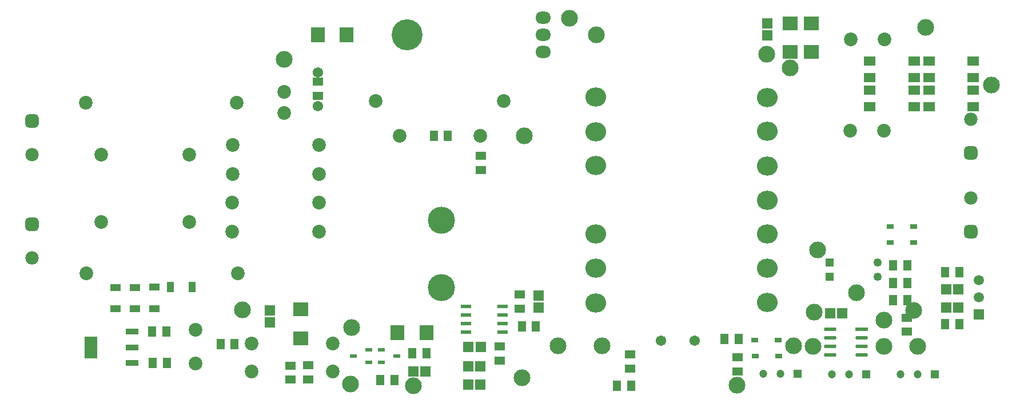
<source format=gbr>
%TF.GenerationSoftware,Altium Limited,Altium Designer,21.6.4 (81)*%
G04 Layer_Color=16711935*
%FSLAX43Y43*%
%MOMM*%
%TF.SameCoordinates,00D99F87-3ADF-4980-A611-A04F0DE90361*%
%TF.FilePolarity,Negative*%
%TF.FileFunction,Soldermask,Bot*%
%TF.Part,Single*%
G01*
G75*
%TA.AperFunction,ComponentPad*%
%ADD29R,1.200X1.200*%
%ADD30C,1.200*%
%ADD31C,1.250*%
%ADD32R,1.250X1.250*%
%TA.AperFunction,SMDPad,CuDef*%
G04:AMPARAMS|DCode=43|XSize=1.874mm|YSize=0.543mm|CornerRadius=0.272mm|HoleSize=0mm|Usage=FLASHONLY|Rotation=180.000|XOffset=0mm|YOffset=0mm|HoleType=Round|Shape=RoundedRectangle|*
%AMROUNDEDRECTD43*
21,1,1.874,0.000,0,0,180.0*
21,1,1.331,0.543,0,0,180.0*
1,1,0.543,-0.665,0.000*
1,1,0.543,0.665,0.000*
1,1,0.543,0.665,0.000*
1,1,0.543,-0.665,0.000*
%
%ADD43ROUNDEDRECTD43*%
%ADD44R,1.874X0.543*%
%ADD45R,1.508X1.207*%
%ADD48R,1.505X1.556*%
%ADD49R,1.207X1.508*%
%ADD50R,1.556X1.505*%
%ADD68R,1.820X1.470*%
%ADD69R,1.020X0.720*%
%ADD70R,1.520X0.620*%
%ADD71R,2.320X2.020*%
%ADD72R,1.020X1.620*%
%ADD73R,2.020X2.320*%
%ADD74R,1.070X0.620*%
%ADD75R,1.620X1.020*%
%ADD76R,1.920X0.970*%
%ADD77R,1.920X3.270*%
%TA.AperFunction,ComponentPad*%
%ADD78C,2.489*%
%ADD79C,2.020*%
%ADD80R,1.520X1.520*%
%ADD81C,1.520*%
%ADD82O,2.306X1.798*%
%ADD83C,4.592*%
%ADD84C,1.544*%
%ADD85O,3.068X2.814*%
%ADD86C,1.970*%
G04:AMPARAMS|DCode=87|XSize=1.97mm|YSize=1.97mm|CornerRadius=0.497mm|HoleSize=0mm|Usage=FLASHONLY|Rotation=270.000|XOffset=0mm|YOffset=0mm|HoleType=Round|Shape=RoundedRectangle|*
%AMROUNDEDRECTD87*
21,1,1.970,0.975,0,0,270.0*
21,1,0.975,1.970,0,0,270.0*
1,1,0.995,-0.488,-0.488*
1,1,0.995,-0.488,0.488*
1,1,0.995,0.488,0.488*
1,1,0.995,0.488,-0.488*
%
%ADD87ROUNDEDRECTD87*%
%ADD88C,4.020*%
D29*
X128655Y3292D02*
D03*
X138790Y3297D02*
D03*
X118500Y3315D02*
D03*
D30*
X126115Y3292D02*
D03*
X123575D02*
D03*
X136250Y3297D02*
D03*
X133710D02*
D03*
X115960Y3315D02*
D03*
X113420D02*
D03*
D31*
X130318Y17700D02*
D03*
Y19825D02*
D03*
D32*
X123218Y17700D02*
D03*
Y19825D02*
D03*
D43*
X123309Y9980D02*
D03*
Y8710D02*
D03*
Y7440D02*
D03*
Y6170D02*
D03*
X127941D02*
D03*
Y7440D02*
D03*
Y8710D02*
D03*
D44*
Y9980D02*
D03*
D45*
X43350Y2452D02*
D03*
Y4553D02*
D03*
X93675Y4141D02*
D03*
Y6242D02*
D03*
X47400Y46651D02*
D03*
Y44549D02*
D03*
X71530Y35651D02*
D03*
Y33549D02*
D03*
X46025Y4626D02*
D03*
Y2524D02*
D03*
X134600Y11676D02*
D03*
Y9574D02*
D03*
X109550Y5767D02*
D03*
Y3666D02*
D03*
X74382Y5299D02*
D03*
Y7401D02*
D03*
X77321Y15087D02*
D03*
Y12985D02*
D03*
D48*
X142252Y15875D02*
D03*
X140451D02*
D03*
X142252Y13200D02*
D03*
X140451D02*
D03*
X63375Y3697D02*
D03*
X61573D02*
D03*
X125076Y12350D02*
D03*
X123274D02*
D03*
X69706Y4475D02*
D03*
X71508D02*
D03*
X69731Y7300D02*
D03*
X71533D02*
D03*
X69706Y1725D02*
D03*
X71508D02*
D03*
D49*
X134725Y16800D02*
D03*
X132623D02*
D03*
X134725Y19450D02*
D03*
X132623D02*
D03*
X142402Y18375D02*
D03*
X140301D02*
D03*
X35112Y7751D02*
D03*
X33010D02*
D03*
X64578Y38651D02*
D03*
X66680D02*
D03*
X107624Y8475D02*
D03*
X109726D02*
D03*
X61423Y6400D02*
D03*
X63525D02*
D03*
X56674Y2425D02*
D03*
X58776D02*
D03*
X22902Y9576D02*
D03*
X25003D02*
D03*
X22974Y4976D02*
D03*
X25076D02*
D03*
X134743Y14289D02*
D03*
X132641D02*
D03*
X142402Y10675D02*
D03*
X140301D02*
D03*
X77624Y10400D02*
D03*
X79726D02*
D03*
X93801Y1600D02*
D03*
X91699D02*
D03*
D50*
X40325Y10949D02*
D03*
Y12751D02*
D03*
X113980Y55351D02*
D03*
Y53549D02*
D03*
X80096Y14952D02*
D03*
Y13150D02*
D03*
D68*
X135725Y47293D02*
D03*
X129175D02*
D03*
X135725Y49743D02*
D03*
X129175D02*
D03*
X144500Y47275D02*
D03*
X137950D02*
D03*
X144500Y49725D02*
D03*
X137950D02*
D03*
X135725Y42975D02*
D03*
X129175D02*
D03*
X135725Y45425D02*
D03*
X129175D02*
D03*
X144500Y42975D02*
D03*
X137950D02*
D03*
X144500Y45425D02*
D03*
X137950D02*
D03*
D69*
X115625Y8375D02*
D03*
X112125D02*
D03*
X132192Y22825D02*
D03*
X135692D02*
D03*
Y25153D02*
D03*
X132192D02*
D03*
X112175Y5978D02*
D03*
X115675D02*
D03*
D70*
X74779Y13355D02*
D03*
Y12085D02*
D03*
Y10815D02*
D03*
Y9545D02*
D03*
X69379Y13355D02*
D03*
Y12085D02*
D03*
Y10815D02*
D03*
Y9545D02*
D03*
D71*
X117325Y55363D02*
D03*
Y51063D02*
D03*
X120525Y51050D02*
D03*
Y55350D02*
D03*
X44850Y12903D02*
D03*
Y8603D02*
D03*
D72*
X25625Y16187D02*
D03*
X28825D02*
D03*
D73*
X59200Y9475D02*
D03*
X63500D02*
D03*
X51700Y53600D02*
D03*
X47400D02*
D03*
D74*
X56850Y5000D02*
D03*
Y6900D02*
D03*
X59150Y5950D02*
D03*
X55000Y6900D02*
D03*
Y5000D02*
D03*
X52700Y5950D02*
D03*
D75*
X23199Y16187D02*
D03*
Y12987D02*
D03*
X17449Y12962D02*
D03*
Y16162D02*
D03*
X20324Y12962D02*
D03*
Y16162D02*
D03*
D76*
X19925Y9576D02*
D03*
Y7276D02*
D03*
Y4976D02*
D03*
D77*
X13825Y7276D02*
D03*
D78*
X121412Y21725D02*
D03*
X117900Y7468D02*
D03*
X52275Y1848D02*
D03*
X120955Y12479D02*
D03*
X135650Y12700D02*
D03*
X113875Y50761D02*
D03*
X117325Y48750D02*
D03*
X120775Y7440D02*
D03*
X147175Y46150D02*
D03*
X77675Y2725D02*
D03*
X109475Y1626D02*
D03*
X82975Y7475D02*
D03*
X89500D02*
D03*
X78022Y38650D02*
D03*
X42450Y49975D02*
D03*
X52400Y10225D02*
D03*
X84700Y56125D02*
D03*
X88625Y53636D02*
D03*
X137450Y54700D02*
D03*
X61573Y1525D02*
D03*
X36215Y12837D02*
D03*
X131216Y7400D02*
D03*
X136250Y7440D02*
D03*
X127150Y15400D02*
D03*
X131260Y11300D02*
D03*
D79*
X131375Y52950D02*
D03*
X126375D02*
D03*
X49641Y3697D02*
D03*
X37641D02*
D03*
X126280Y39373D02*
D03*
X131280D02*
D03*
X29340Y9852D02*
D03*
Y4852D02*
D03*
X42450Y42024D02*
D03*
Y45124D02*
D03*
X59505Y38650D02*
D03*
X71505D02*
D03*
X15340Y25849D02*
D03*
X28340D02*
D03*
X15340Y35849D02*
D03*
X28340D02*
D03*
X34768Y24448D02*
D03*
X47568D02*
D03*
X35553Y18225D02*
D03*
X13153D02*
D03*
X47594Y33008D02*
D03*
X34794D02*
D03*
X47568Y28741D02*
D03*
X34768D02*
D03*
X34794Y37275D02*
D03*
X47594D02*
D03*
X35427Y43524D02*
D03*
X13027D02*
D03*
X74961Y43850D02*
D03*
X55961D02*
D03*
X37641Y7837D02*
D03*
X49641D02*
D03*
D80*
X145274Y12135D02*
D03*
D81*
Y14675D02*
D03*
Y17215D02*
D03*
D82*
X80793Y56144D02*
D03*
Y53604D02*
D03*
Y51064D02*
D03*
D83*
X60600Y53604D02*
D03*
D84*
X103197Y8230D02*
D03*
X98247D02*
D03*
X47400Y48025D02*
D03*
Y43075D02*
D03*
D85*
X113975Y44298D02*
D03*
Y39345D02*
D03*
Y34138D02*
D03*
Y29058D02*
D03*
Y24105D02*
D03*
Y19025D02*
D03*
Y13945D02*
D03*
X88575Y44425D02*
D03*
Y39218D02*
D03*
Y34265D02*
D03*
Y24105D02*
D03*
Y19025D02*
D03*
Y13818D02*
D03*
D86*
X5127Y20525D02*
D03*
X144136Y41075D02*
D03*
Y29400D02*
D03*
X5068Y35825D02*
D03*
D87*
X5127Y25525D02*
D03*
X144136Y36075D02*
D03*
Y24400D02*
D03*
X5068Y40825D02*
D03*
D88*
X65725Y26150D02*
D03*
Y16150D02*
D03*
%TF.MD5,2953b50f8efae35f85597f832e11fef8*%
M02*

</source>
